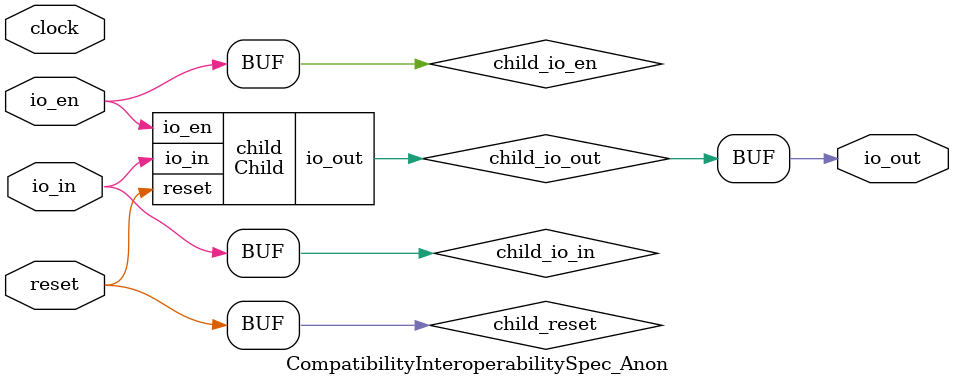
<source format=v>
module Child(
  input   reset,
  input   io_in,
  input   io_en,
  output  io_out
);
  assign io_out = io_en ? io_in : reset; // @[CompatibilityInteroperabilitySpec.scala 250:22]
endmodule
module CompatibilityInteroperabilitySpec_Anon(
  input   clock,
  input   reset,
  input   io_in,
  input   io_en,
  output  io_out
);
  wire  child_reset; // @[CompatibilityInteroperabilitySpec.scala 254:27]
  wire  child_io_in; // @[CompatibilityInteroperabilitySpec.scala 254:27]
  wire  child_io_en; // @[CompatibilityInteroperabilitySpec.scala 254:27]
  wire  child_io_out; // @[CompatibilityInteroperabilitySpec.scala 254:27]
  Child child ( // @[CompatibilityInteroperabilitySpec.scala 254:27]
    .reset(child_reset),
    .io_in(child_io_in),
    .io_en(child_io_en),
    .io_out(child_io_out)
  );
  assign io_out = child_io_out; // @[CompatibilityInteroperabilitySpec.scala 255:12]
  assign child_reset = reset;
  assign child_io_in = io_in; // @[CompatibilityInteroperabilitySpec.scala 255:12]
  assign child_io_en = io_en; // @[CompatibilityInteroperabilitySpec.scala 255:12]
endmodule

</source>
